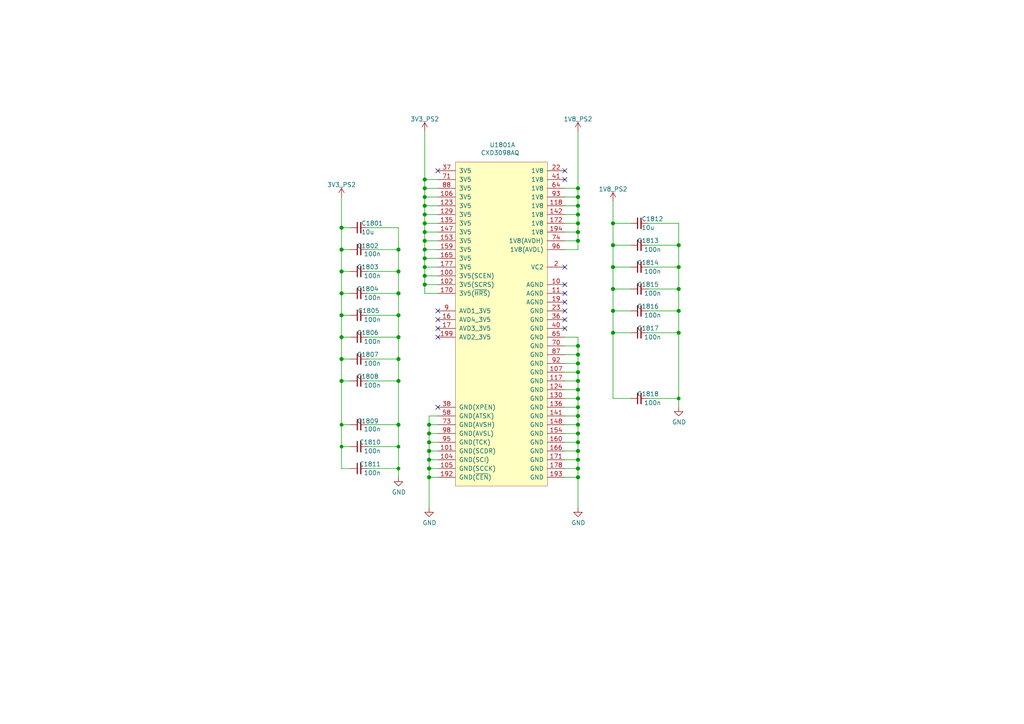
<source format=kicad_sch>
(kicad_sch (version 20230121) (generator eeschema)
  (paper "A4")
  (title_block (title "PS2 DSP Power") (rev "0.3") (comment 5 "-a project by Tschicki"))
  (lib_symbols
    (symbol "PS2:1V75" (power) (pin_names (offset 0))
      (property "Value" "1V8_PS2" (at 0 3.556 0))
      (symbol "1V75_0_1"
        (polyline (pts (xy -0.762 1.27) (xy 0 2.54)))
        (polyline (pts (xy 0 0) (xy 0 2.54)))
        (polyline (pts (xy 0 2.54) (xy 0.762 1.27)))
      )
      (symbol "1V75_1_1"
        (pin power_in line (at 0 0 90) (length 0) hide (name "1V8_PS2") (number "1"))
      )
    )
    (symbol "PS2:3V5" (power) (pin_names (offset 0))
      (property "Value" "3V3_PS2" (at 0 3.556 0))
      (symbol "3V5_0_1"
        (polyline (pts (xy -0.762 1.27) (xy 0 2.54)))
        (polyline (pts (xy 0 0) (xy 0 2.54)))
        (polyline (pts (xy 0 2.54) (xy 0.762 1.27)))
      )
      (symbol "3V5_1_1"
        (pin power_in line (at 0 0 90) (length 0) hide (name "3V3_PS2") (number "1"))
      )
    )
    (symbol "PS2:CXD3098AQ" (pin_names (offset 1.016))
      (property "Reference" "U" (at 17.78 6.35 0))
      (property "Value" "CXD3098AQ" (at 17.78 8.89 0))
      (symbol "CXD3098AQ_1_0"
        (pin passive line (at 36.83 -33.02 180) (length 5.08) (name "AGND") (number "10"))
        (pin passive line (at 0 -30.48 0) (length 5.08) (name "3V5(SCEN)") (number "100"))
        (pin passive line (at 0 -81.28 0) (length 5.08) (name "GND(SCDR)") (number "101"))
        (pin passive line (at 0 -33.02 0) (length 5.08) (name "3V5(SCRS)") (number "102"))
        (pin passive line (at 0 -83.82 0) (length 5.08) (name "GND(SCI)") (number "104"))
        (pin passive line (at 0 -86.36 0) (length 5.08) (name "GND(SCCK)") (number "105"))
        (pin passive line (at 0 -7.62 0) (length 5.08) (name "3V5") (number "106"))
        (pin passive line (at 36.83 -58.42 180) (length 5.08) (name "GND") (number "107"))
        (pin passive line (at 36.83 -35.56 180) (length 5.08) (name "AGND") (number "11"))
        (pin passive line (at 36.83 -60.96 180) (length 5.08) (name "GND") (number "117"))
        (pin passive line (at 36.83 -10.16 180) (length 5.08) (name "1V8") (number "118"))
        (pin passive line (at 0 -10.16 0) (length 5.08) (name "3V5") (number "123"))
        (pin passive line (at 36.83 -63.5 180) (length 5.08) (name "GND") (number "124"))
        (pin passive line (at 0 -12.7 0) (length 5.08) (name "3V5") (number "129"))
        (pin passive line (at 36.83 -66.04 180) (length 5.08) (name "GND") (number "130"))
        (pin passive line (at 0 -15.24 0) (length 5.08) (name "3V5") (number "135"))
        (pin passive line (at 36.83 -68.58 180) (length 5.08) (name "GND") (number "136"))
        (pin passive line (at 36.83 -71.12 180) (length 5.08) (name "GND") (number "141"))
        (pin passive line (at 36.83 -12.7 180) (length 5.08) (name "1V8") (number "142"))
        (pin passive line (at 0 -17.78 0) (length 5.08) (name "3V5") (number "147"))
        (pin passive line (at 36.83 -73.66 180) (length 5.08) (name "GND") (number "148"))
        (pin passive line (at 0 -20.32 0) (length 5.08) (name "3V5") (number "153"))
        (pin passive line (at 36.83 -76.2 180) (length 5.08) (name "GND") (number "154"))
        (pin passive line (at 0 -22.86 0) (length 5.08) (name "3V5") (number "159"))
        (pin passive line (at 0 -43.18 0) (length 5.08) (name "AVD4_3V5") (number "16"))
        (pin passive line (at 36.83 -78.74 180) (length 5.08) (name "GND") (number "160"))
        (pin passive line (at 0 -25.4 0) (length 5.08) (name "3V5") (number "165"))
        (pin passive line (at 36.83 -81.28 180) (length 5.08) (name "GND") (number "166"))
        (pin passive line (at 0 -45.72 0) (length 5.08) (name "AVD3_3V5") (number "17"))
        (pin passive line (at 0 -35.56 0) (length 5.08) (name "3V5(~{HRS})") (number "170"))
        (pin passive line (at 36.83 -83.82 180) (length 5.08) (name "GND") (number "171"))
        (pin passive line (at 36.83 -15.24 180) (length 5.08) (name "1V8") (number "172"))
        (pin passive line (at 0 -27.94 0) (length 5.08) (name "3V5") (number "177"))
        (pin passive line (at 36.83 -86.36 180) (length 5.08) (name "GND") (number "178"))
        (pin passive line (at 36.83 -38.1 180) (length 5.08) (name "AGND") (number "19"))
        (pin passive line (at 0 -88.9 0) (length 5.08) (name "GND(~{CEN})") (number "192"))
        (pin passive line (at 36.83 -88.9 180) (length 5.08) (name "GND") (number "193"))
        (pin passive line (at 36.83 -17.78 180) (length 5.08) (name "1V8") (number "194"))
        (pin passive line (at 0 -48.26 0) (length 5.08) (name "AVD2_3V5") (number "199"))
        (pin passive line (at 36.83 -27.94 180) (length 5.08) (name "VC2") (number "2"))
        (pin passive line (at 36.83 0 180) (length 5.08) (name "1V8") (number "22"))
        (pin passive line (at 36.83 -40.64 180) (length 5.08) (name "GND") (number "23"))
        (pin passive line (at 36.83 -43.18 180) (length 5.08) (name "GND") (number "36"))
        (pin passive line (at 0 0 0) (length 5.08) (name "3V5") (number "37"))
        (pin passive line (at 0 -68.58 0) (length 5.08) (name "GND(XPEN)") (number "38"))
        (pin passive line (at 36.83 -45.72 180) (length 5.08) (name "GND") (number "40"))
        (pin passive line (at 36.83 -2.54 180) (length 5.08) (name "1V8") (number "41"))
        (pin passive line (at 0 -71.12 0) (length 5.08) (name "GND(ATSK)") (number "58"))
        (pin passive line (at 36.83 -5.08 180) (length 5.08) (name "1V8") (number "64"))
        (pin passive line (at 36.83 -48.26 180) (length 5.08) (name "GND") (number "65"))
        (pin passive line (at 36.83 -50.8 180) (length 5.08) (name "GND") (number "70"))
        (pin passive line (at 0 -2.54 0) (length 5.08) (name "3V5") (number "71"))
        (pin passive line (at 0 -73.66 0) (length 5.08) (name "GND(AVSH)") (number "73"))
        (pin passive line (at 36.83 -20.32 180) (length 5.08) (name "1V8(AVDH)") (number "74"))
        (pin passive line (at 36.83 -53.34 180) (length 5.08) (name "GND") (number "87"))
        (pin passive line (at 0 -5.08 0) (length 5.08) (name "3V5") (number "88"))
        (pin passive line (at 0 -40.64 0) (length 5.08) (name "AVD1_3V5") (number "9"))
        (pin passive line (at 36.83 -55.88 180) (length 5.08) (name "GND") (number "92"))
        (pin passive line (at 36.83 -7.62 180) (length 5.08) (name "1V8") (number "93"))
        (pin passive line (at 0 -78.74 0) (length 5.08) (name "GND(TCK)") (number "95"))
        (pin passive line (at 36.83 -22.86 180) (length 5.08) (name "1V8(AVDL)") (number "96"))
        (pin passive line (at 0 -76.2 0) (length 5.08) (name "GND(AVSL)") (number "98"))
      )
      (symbol "CXD3098AQ_1_1"
        (rectangle (start 5.08 2.54) (end 31.75 -91.44) (stroke (width 0.001)) (fill (type background)))
      )
      (symbol "CXD3098AQ_2_0"
        (pin no_connect line (at 35.56 -22.86 180) (length 5.08) (name "SCO") (number "103"))
        (pin no_connect line (at 0 -10.16 0) (length 5.08) (name "NC") (number "184"))
        (pin no_connect line (at 0 -12.7 0) (length 5.08) (name "NC") (number "185"))
        (pin no_connect line (at 0 -15.24 0) (length 5.08) (name "NC") (number "186"))
        (pin no_connect line (at 0 -17.78 0) (length 5.08) (name "NC") (number "187"))
        (pin no_connect line (at 0 -20.32 0) (length 5.08) (name "NC") (number "188"))
        (pin no_connect line (at 0 -22.86 0) (length 5.08) (name "NC") (number "189"))
        (pin no_connect line (at 0 -25.4 0) (length 5.08) (name "NC") (number "190"))
        (pin no_connect line (at 0 -27.94 0) (length 5.08) (name "NC") (number "191"))
        (pin no_connect line (at 0 -30.48 0) (length 5.08) (name "NC") (number "195"))
        (pin no_connect line (at 0 -33.02 0) (length 5.08) (name "NC") (number "196"))
        (pin no_connect line (at 0 -35.56 0) (length 5.08) (name "NC") (number "197"))
        (pin no_connect line (at 0 -38.1 0) (length 5.08) (name "NC") (number "198"))
        (pin no_connect line (at 35.56 -25.4 180) (length 5.08) (name "ADIO") (number "202"))
        (pin no_connect line (at 35.56 0 180) (length 5.08) (name "SFDR") (number "30"))
        (pin no_connect line (at 35.56 -2.54 180) (length 5.08) (name "SRDR") (number "31"))
        (pin no_connect line (at 35.56 -5.08 180) (length 5.08) (name "SFDF") (number "34"))
        (pin no_connect line (at 35.56 -7.62 180) (length 5.08) (name "SRDF") (number "35"))
        (pin no_connect line (at 35.56 -10.16 180) (length 5.08) (name "SCOR") (number "46"))
        (pin no_connect line (at 0 0 0) (length 5.08) (name "NC") (number "50"))
        (pin no_connect line (at 0 -2.54 0) (length 5.08) (name "NC") (number "51"))
        (pin no_connect line (at 0 -5.08 0) (length 5.08) (name "NC") (number "52"))
        (pin no_connect line (at 0 -7.62 0) (length 5.08) (name "NC") (number "53"))
        (pin no_connect line (at 35.56 -12.7 180) (length 5.08) (name "~{INT0}") (number "77"))
        (pin no_connect line (at 35.56 -15.24 180) (length 5.08) (name "TDO") (number "94"))
        (pin no_connect line (at 35.56 -17.78 180) (length 5.08) (name "TDI") (number "97"))
        (pin no_connect line (at 35.56 -20.32 180) (length 5.08) (name "TMS") (number "99"))
      )
      (symbol "CXD3098AQ_2_1"
        (rectangle (start 5.08 2.54) (end 30.48 -40.64) (stroke (width 0.001)) (fill (type background)))
      )
      (symbol "CXD3098AQ_3_0"
        (pin passive line (at 52.07 -114.3 180) (length 5.08) (name "CE2") (number "1"))
        (pin passive line (at 52.07 -27.94 180) (length 5.08) (name "MCA8") (number "108"))
        (pin passive line (at 52.07 -30.48 180) (length 5.08) (name "MCA7") (number "109"))
        (pin passive line (at 52.07 -33.02 180) (length 5.08) (name "MCA6") (number "110"))
        (pin passive line (at 52.07 -35.56 180) (length 5.08) (name "MCA5") (number "111"))
        (pin passive line (at 52.07 -38.1 180) (length 5.08) (name "MCA4") (number "112"))
        (pin passive line (at 52.07 -40.64 180) (length 5.08) (name "MCA3") (number "113"))
        (pin passive line (at 52.07 -43.18 180) (length 5.08) (name "MCA2") (number "114"))
        (pin passive line (at 52.07 -45.72 180) (length 5.08) (name "MCA1") (number "115"))
        (pin passive line (at 52.07 -48.26 180) (length 5.08) (name "MCA0") (number "116"))
        (pin passive line (at 0 -58.42 0) (length 5.08) (name "HA15") (number "119"))
        (pin passive line (at 0 -170.18 0) (length 5.08) (name "RFAC") (number "12"))
        (pin passive line (at 0 -55.88 0) (length 5.08) (name "HA14") (number "120"))
        (pin passive line (at 0 -53.34 0) (length 5.08) (name "HA13") (number "121"))
        (pin passive line (at 0 -50.8 0) (length 5.08) (name "HA12") (number "122"))
        (pin passive line (at 0 -44.45 0) (length 5.08) (name "HA11") (number "125"))
        (pin passive line (at 0 -41.91 0) (length 5.08) (name "HA10") (number "126"))
        (pin passive line (at 0 -39.37 0) (length 5.08) (name "HA09") (number "127"))
        (pin passive line (at 0 -36.83 0) (length 5.08) (name "HA08") (number "128"))
        (pin passive line (at 52.07 -142.24 180) (length 5.08) (name "BIAS") (number "13"))
        (pin passive line (at 0 -30.48 0) (length 5.08) (name "HA07") (number "131"))
        (pin passive line (at 0 -27.94 0) (length 5.08) (name "HA06") (number "132"))
        (pin passive line (at 0 -25.4 0) (length 5.08) (name "HA05") (number "133"))
        (pin passive line (at 0 -22.86 0) (length 5.08) (name "HA04") (number "134"))
        (pin passive line (at 0 -16.51 0) (length 5.08) (name "HA03") (number "137"))
        (pin passive line (at 0 -13.97 0) (length 5.08) (name "HA02") (number "138"))
        (pin passive line (at 0 -11.43 0) (length 5.08) (name "HA01") (number "139"))
        (pin passive line (at 52.07 -144.78 180) (length 5.08) (name "ASYI") (number "14"))
        (pin passive line (at 0 -8.89 0) (length 5.08) (name "HA00") (number "140"))
        (pin passive line (at 0 -114.3 0) (length 5.08) (name "HDB15") (number "143"))
        (pin passive line (at 0 -111.76 0) (length 5.08) (name "HDB14") (number "144"))
        (pin passive line (at 0 -109.22 0) (length 5.08) (name "HDB13") (number "145"))
        (pin passive line (at 0 -106.68 0) (length 5.08) (name "HDB12") (number "146"))
        (pin passive line (at 0 -100.33 0) (length 5.08) (name "HDB11") (number "149"))
        (pin passive line (at 52.07 -147.32 180) (length 5.08) (name "ASYO") (number "15"))
        (pin passive line (at 0 -97.79 0) (length 5.08) (name "HDB10") (number "150"))
        (pin passive line (at 0 -95.25 0) (length 5.08) (name "HDB09") (number "151"))
        (pin passive line (at 0 -92.71 0) (length 5.08) (name "HDB08") (number "152"))
        (pin passive line (at 0 -86.36 0) (length 5.08) (name "HDB07") (number "155"))
        (pin passive line (at 0 -83.82 0) (length 5.08) (name "HDB06") (number "156"))
        (pin passive line (at 0 -81.28 0) (length 5.08) (name "HDB05") (number "157"))
        (pin passive line (at 0 -78.74 0) (length 5.08) (name "HDB04") (number "158"))
        (pin passive line (at 0 -72.39 0) (length 5.08) (name "HDB03") (number "161"))
        (pin passive line (at 0 -69.85 0) (length 5.08) (name "HDB02") (number "162"))
        (pin passive line (at 0 -67.31 0) (length 5.08) (name "HDB01") (number "163"))
        (pin passive line (at 0 -64.77 0) (length 5.08) (name "HDB00") (number "164"))
        (pin passive line (at 0 -134.62 0) (length 5.08) (name "~{XHWR}") (number "167"))
        (pin passive line (at 0 -132.08 0) (length 5.08) (name "~{XHRD}") (number "168"))
        (pin passive line (at 0 -129.54 0) (length 5.08) (name "~{XHCS}") (number "169"))
        (pin passive line (at 0 -144.78 0) (length 5.08) (name "HDRQ") (number "173"))
        (pin passive line (at 0 -142.24 0) (length 5.08) (name "HACK") (number "174"))
        (pin passive line (at 0 -139.7 0) (length 5.08) (name "~{HINT}") (number "175"))
        (pin passive line (at 0 -123.19 0) (length 5.08) (name "SCLK1") (number "176"))
        (pin passive line (at 0 -120.65 0) (length 5.08) (name "SCLK0") (number "179"))
        (pin passive line (at 52.07 -149.86 180) (length 5.08) (name "CPIG") (number "18"))
        (pin passive line (at 0 -151.13 0) (length 5.08) (name "LRCO") (number "180"))
        (pin passive line (at 0 -153.67 0) (length 5.08) (name "BCKO") (number "181"))
        (pin passive line (at 0 -156.21 0) (length 5.08) (name "DATO") (number "182"))
        (pin passive line (at 0 -158.75 0) (length 5.08) (name "DOUT") (number "183"))
        (pin passive line (at 0 -172.72 0) (length 5.08) (name "ADM") (number "20"))
        (pin passive line (at 52.07 -154.94 180) (length 5.08) (name "IGEN") (number "200"))
        (pin passive line (at 0 -175.26 0) (length 5.08) (name "Something") (number "201"))
        (pin passive line (at 52.07 -109.22 180) (length 5.08) (name "PI") (number "203"))
        (pin passive line (at 52.07 -111.76 180) (length 5.08) (name "CE") (number "204"))
        (pin passive line (at 52.07 -116.84 180) (length 5.08) (name "TE") (number "205"))
        (pin passive line (at 52.07 -119.38 180) (length 5.08) (name "SE") (number "206"))
        (pin passive line (at 52.07 -121.92 180) (length 5.08) (name "FE") (number "207"))
        (pin passive line (at 52.07 -124.46 180) (length 5.08) (name "VC") (number "208"))
        (pin passive line (at 52.07 -55.88 180) (length 5.08) (name "RFIN") (number "21"))
        (pin passive line (at 52.07 -71.12 180) (length 5.08) (name "DFCT") (number "24"))
        (pin passive line (at 52.07 -177.8 180) (length 5.08) (name "FOK") (number "25"))
        (pin passive line (at 52.07 -73.66 180) (length 5.08) (name "MIRR") (number "26"))
        (pin passive line (at 52.07 -76.2 180) (length 5.08) (name "COUT") (number "27"))
        (pin passive line (at 52.07 -78.74 180) (length 5.08) (name "TFDR") (number "28"))
        (pin passive line (at 52.07 -81.28 180) (length 5.08) (name "TRDR") (number "29"))
        (pin passive line (at 52.07 -127 180) (length 5.08) (name "VPC01") (number "3"))
        (pin passive line (at 52.07 -83.82 180) (length 5.08) (name "FFDR") (number "32"))
        (pin passive line (at 52.07 -86.36 180) (length 5.08) (name "FRDR") (number "33"))
        (pin passive line (at 52.07 -152.4 180) (length 5.08) (name "LID") (number "39"))
        (pin passive line (at 52.07 -129.54 180) (length 5.08) (name "VCTL") (number "4"))
        (pin passive line (at 52.07 -157.48 180) (length 5.08) (name "SSTP") (number "42"))
        (pin passive line (at 52.07 -88.9 180) (length 5.08) (name "RFDO") (number "43"))
        (pin passive line (at 52.07 -91.44 180) (length 5.08) (name "RFCO") (number "44"))
        (pin passive line (at 52.07 -93.98 180) (length 5.08) (name "~{RFLO}") (number "45"))
        (pin passive line (at 52.07 -172.72 180) (length 5.08) (name "SQSO") (number "47"))
        (pin passive line (at 52.07 -167.64 180) (length 5.08) (name "SQCK") (number "48"))
        (pin passive line (at 52.07 -175.26 180) (length 5.08) (name "GFS") (number "49"))
        (pin passive line (at 52.07 -132.08 180) (length 5.08) (name "FILO") (number "5"))
        (pin passive line (at 52.07 -160.02 180) (length 5.08) (name "SENS") (number "54"))
        (pin passive line (at 52.07 -162.56 180) (length 5.08) (name "SCLK") (number "55"))
        (pin passive line (at 52.07 -96.52 180) (length 5.08) (name "MDP") (number "56"))
        (pin passive line (at 52.07 -58.42 180) (length 5.08) (name "PWMI") (number "57"))
        (pin passive line (at 52.07 -60.96 180) (length 5.08) (name "~{PCLK}") (number "59"))
        (pin passive line (at 52.07 -134.62 180) (length 5.08) (name "FILI") (number "6"))
        (pin passive line (at 52.07 -170.18 180) (length 5.08) (name "FCMPH") (number "60"))
        (pin passive line (at 52.07 -165.1 180) (length 5.08) (name "FCMPL") (number "61"))
        (pin passive line (at 52.07 -99.06 180) (length 5.08) (name "MNT0") (number "62"))
        (pin passive line (at 52.07 -101.6 180) (length 5.08) (name "MNT1") (number "63"))
        (pin passive line (at 52.07 -104.14 180) (length 5.08) (name "MNT2") (number "66"))
        (pin passive line (at 52.07 -106.68 180) (length 5.08) (name "MNT3") (number "67"))
        (pin passive line (at 52.07 -63.5 180) (length 5.08) (name "WFCK") (number "68"))
        (pin passive line (at 52.07 -66.04 180) (length 5.08) (name "RFCK") (number "69"))
        (pin passive line (at 52.07 -137.16 180) (length 5.08) (name "PC0") (number "7"))
        (pin passive line (at 0 0 0) (length 5.08) (name "~{TRST}") (number "72"))
        (pin passive line (at 52.07 -68.58 180) (length 5.08) (name "LOCK") (number "75"))
        (pin passive line (at 0 -2.54 0) (length 5.08) (name "~{RST}") (number "76"))
        (pin passive line (at 52.07 -50.8 180) (length 5.08) (name "~{INT1}") (number "78"))
        (pin passive line (at 52.07 -7.62 180) (length 5.08) (name "MCD7") (number "79"))
        (pin passive line (at 52.07 -139.7 180) (length 5.08) (name "CLTV") (number "8"))
        (pin passive line (at 52.07 -10.16 180) (length 5.08) (name "MCD6") (number "80"))
        (pin passive line (at 52.07 -12.7 180) (length 5.08) (name "MCD5") (number "81"))
        (pin passive line (at 52.07 -15.24 180) (length 5.08) (name "MCD4") (number "82"))
        (pin passive line (at 52.07 -17.78 180) (length 5.08) (name "MCD3") (number "83"))
        (pin passive line (at 52.07 -20.32 180) (length 5.08) (name "MCD2") (number "84"))
        (pin passive line (at 52.07 -22.86 180) (length 5.08) (name "MCD1") (number "85"))
        (pin passive line (at 52.07 -25.4 180) (length 5.08) (name "MCD0") (number "86"))
        (pin passive line (at 52.07 0 180) (length 5.08) (name "~{MCCS}") (number "89"))
        (pin passive line (at 52.07 -2.54 180) (length 5.08) (name "~{MCRD}") (number "90"))
        (pin passive line (at 52.07 -5.08 180) (length 5.08) (name "~{MCWR}") (number "91"))
      )
      (symbol "CXD3098AQ_3_1"
        (rectangle (start 5.08 2.54) (end 46.99 -180.34) (stroke (width 0.001)) (fill (type background)))
      )
    )
    (symbol "PS2_Capacitors:C_100n_0402" (pin_numbers hide) (pin_names (offset 0.254) hide)
      (property "Reference" "C" (at 0.254 1.778 0))
      (property "Value" "100n" (at 0.254 -2.032 0))
      (symbol "C_100n_0402_0_1"
        (polyline (pts (xy -1.524 -0.508) (xy 1.524 -0.508)) (stroke (width 0.3302)))
        (polyline (pts (xy -1.524 0.508) (xy 1.524 0.508)) (stroke (width 0.3048)))
      )
      (symbol "C_100n_0402_1_1"
        (pin passive line (at 0 2.54 270) (length 2.032) (name "~") (number "1"))
        (pin passive line (at 0 -2.54 90) (length 2.032) (name "~") (number "2"))
      )
    )
    (symbol "PS2_Capacitors:C_10u_0805" (pin_numbers hide) (pin_names (offset 0.254) hide)
      (property "Reference" "C" (at 0.254 1.778 0))
      (property "Value" "10u" (at 0.254 -2.032 0))
      (symbol "C_10u_0805_0_1"
        (polyline (pts (xy -1.524 -0.508) (xy 1.524 -0.508)) (stroke (width 0.3302)))
        (polyline (pts (xy -1.524 0.508) (xy 1.524 0.508)) (stroke (width 0.3048)))
      )
      (symbol "C_10u_0805_1_1"
        (pin passive line (at 0 2.54 270) (length 2.032) (name "~") (number "1"))
        (pin passive line (at 0 -2.54 90) (length 2.032) (name "~") (number "2"))
      )
    )
    (symbol "power:GND" (power) (pin_names (offset 0))
      (property "Value" "GND" (at 0 -3.81 0))
      (symbol "GND_0_1"
        (polyline (pts (xy 0 0) (xy 0 -1.27) (xy 1.27 -1.27) (xy 0 -2.54) (xy -1.27 -1.27) (xy 0 -1.27)))
      )
      (symbol "GND_1_1"
        (pin power_in line (at 0 0 270) (length 0) hide (name "GND") (number "1"))
      )
    )
  )
  (junction (at 177.8 90.17) (diameter 1.016))
  (junction (at 123.19 64.77) (diameter 1.016))
  (junction (at 115.57 123.19) (diameter 1.016))
  (junction (at 167.64 57.15) (diameter 1.016))
  (junction (at 167.64 100.33) (diameter 1.016))
  (junction (at 123.19 74.93) (diameter 1.016))
  (junction (at 196.85 77.47) (diameter 1.016))
  (junction (at 99.06 91.44) (diameter 1.016))
  (junction (at 123.19 72.39) (diameter 1.016))
  (junction (at 167.64 62.23) (diameter 1.016))
  (junction (at 124.46 123.19) (diameter 1.016))
  (junction (at 123.19 69.85) (diameter 1.016))
  (junction (at 167.64 135.89) (diameter 1.016))
  (junction (at 99.06 123.19))
  (junction (at 124.46 133.35) (diameter 1.016))
  (junction (at 115.57 78.74) (diameter 1.016))
  (junction (at 167.64 110.49) (diameter 1.016))
  (junction (at 123.19 82.55) (diameter 1.016))
  (junction (at 124.46 138.43) (diameter 1.016))
  (junction (at 115.57 85.09) (diameter 1.016))
  (junction (at 167.64 102.87) (diameter 1.016))
  (junction (at 167.64 125.73) (diameter 1.016))
  (junction (at 123.19 62.23) (diameter 1.016))
  (junction (at 167.64 118.11) (diameter 1.016))
  (junction (at 196.85 96.52) (diameter 1.016))
  (junction (at 124.46 128.27) (diameter 1.016))
  (junction (at 99.06 66.04) (diameter 1.016))
  (junction (at 167.64 138.43) (diameter 1.016))
  (junction (at 167.64 120.65) (diameter 1.016))
  (junction (at 177.8 96.52) (diameter 1.016))
  (junction (at 167.64 107.95) (diameter 1.016))
  (junction (at 167.64 64.77) (diameter 1.016))
  (junction (at 167.64 67.31) (diameter 1.016))
  (junction (at 167.64 115.57) (diameter 1.016))
  (junction (at 124.46 130.81) (diameter 1.016))
  (junction (at 99.06 129.54))
  (junction (at 115.57 110.49) (diameter 1.016))
  (junction (at 196.85 71.12) (diameter 1.016))
  (junction (at 167.64 130.81) (diameter 1.016))
  (junction (at 115.57 129.54))
  (junction (at 99.06 110.49) (diameter 1.016))
  (junction (at 167.64 113.03) (diameter 1.016))
  (junction (at 167.64 54.61) (diameter 1.016))
  (junction (at 167.64 105.41) (diameter 1.016))
  (junction (at 167.64 128.27) (diameter 1.016))
  (junction (at 123.19 67.31) (diameter 1.016))
  (junction (at 177.8 83.82) (diameter 1.016))
  (junction (at 99.06 72.39) (diameter 1.016))
  (junction (at 99.06 104.14) (diameter 1.016))
  (junction (at 99.06 85.09) (diameter 1.016))
  (junction (at 167.64 123.19) (diameter 1.016))
  (junction (at 177.8 64.77) (diameter 1.016))
  (junction (at 115.57 97.79) (diameter 1.016))
  (junction (at 123.19 77.47) (diameter 1.016))
  (junction (at 99.06 97.79) (diameter 1.016))
  (junction (at 99.06 78.74) (diameter 1.016))
  (junction (at 123.19 59.69) (diameter 1.016))
  (junction (at 124.46 135.89) (diameter 1.016))
  (junction (at 123.19 52.07) (diameter 1.016))
  (junction (at 196.85 115.57))
  (junction (at 167.64 133.35) (diameter 1.016))
  (junction (at 124.46 125.73) (diameter 1.016))
  (junction (at 115.57 91.44) (diameter 1.016))
  (junction (at 115.57 72.39) (diameter 1.016))
  (junction (at 177.8 77.47) (diameter 1.016))
  (junction (at 167.64 59.69) (diameter 1.016))
  (junction (at 196.85 90.17) (diameter 1.016))
  (junction (at 115.57 135.89))
  (junction (at 123.19 57.15) (diameter 1.016))
  (junction (at 177.8 71.12) (diameter 1.016))
  (junction (at 123.19 80.01) (diameter 1.016))
  (junction (at 167.64 69.85) (diameter 1.016))
  (junction (at 115.57 104.14) (diameter 1.016))
  (junction (at 123.19 54.61) (diameter 1.016))
  (junction (at 196.85 83.82) (diameter 1.016))
  (no_connect (at 163.83 49.53))
  (no_connect (at 127 97.79))
  (no_connect (at 163.83 85.09))
  (no_connect (at 163.83 52.07))
  (no_connect (at 127 92.71))
  (no_connect (at 163.83 87.63))
  (no_connect (at 163.83 92.71))
  (no_connect (at 127 118.11))
  (no_connect (at 127 90.17))
  (no_connect (at 127 95.25))
  (no_connect (at 127 49.53))
  (no_connect (at 163.83 82.55))
  (no_connect (at 163.83 95.25))
  (no_connect (at 163.83 77.47))
  (no_connect (at 163.83 90.17))
  (wire (pts (xy 99.06 123.19) (xy 101.6 123.19)))
  (wire (pts (xy 99.06 104.14) (xy 99.06 110.49)))
  (wire (pts (xy 167.64 100.33) (xy 163.83 100.33)))
  (wire (pts (xy 123.19 82.55) (xy 123.19 85.09)))
  (wire (pts (xy 106.68 123.19) (xy 115.57 123.19)))
  (wire (pts (xy 177.8 77.47) (xy 182.88 77.47)))
  (wire (pts (xy 167.64 118.11) (xy 167.64 120.65)))
  (wire (pts (xy 167.64 107.95) (xy 163.83 107.95)))
  (wire (pts (xy 99.06 78.74) (xy 99.06 85.09)))
  (wire (pts (xy 167.64 128.27) (xy 163.83 128.27)))
  (wire (pts (xy 167.64 64.77) (xy 163.83 64.77)))
  (wire (pts (xy 123.19 72.39) (xy 123.19 74.93)))
  (wire (pts (xy 167.64 125.73) (xy 163.83 125.73)))
  (wire (pts (xy 167.64 38.1) (xy 167.64 54.61)))
  (wire (pts (xy 124.46 125.73) (xy 124.46 128.27)))
  (wire (pts (xy 167.64 130.81) (xy 163.83 130.81)))
  (wire (pts (xy 167.64 57.15) (xy 163.83 57.15)))
  (wire (pts (xy 99.06 78.74) (xy 101.6 78.74)))
  (wire (pts (xy 187.96 115.57) (xy 196.85 115.57)))
  (wire (pts (xy 99.06 72.39) (xy 101.6 72.39)))
  (wire (pts (xy 106.68 135.89) (xy 115.57 135.89)))
  (wire (pts (xy 123.19 54.61) (xy 127 54.61)))
  (wire (pts (xy 187.96 83.82) (xy 196.85 83.82)))
  (wire (pts (xy 115.57 104.14) (xy 115.57 110.49)))
  (wire (pts (xy 123.19 62.23) (xy 123.19 64.77)))
  (wire (pts (xy 167.64 125.73) (xy 167.64 128.27)))
  (wire (pts (xy 167.64 97.79) (xy 163.83 97.79)))
  (wire (pts (xy 167.64 57.15) (xy 167.64 59.69)))
  (wire (pts (xy 177.8 71.12) (xy 177.8 77.47)))
  (wire (pts (xy 99.06 97.79) (xy 101.6 97.79)))
  (wire (pts (xy 167.64 62.23) (xy 167.64 64.77)))
  (wire (pts (xy 99.06 129.54) (xy 99.06 123.19)))
  (wire (pts (xy 99.06 85.09) (xy 99.06 91.44)))
  (wire (pts (xy 123.19 69.85) (xy 127 69.85)))
  (wire (pts (xy 123.19 85.09) (xy 127 85.09)))
  (wire (pts (xy 167.64 59.69) (xy 167.64 62.23)))
  (wire (pts (xy 106.68 78.74) (xy 115.57 78.74)))
  (wire (pts (xy 123.19 59.69) (xy 123.19 62.23)))
  (wire (pts (xy 99.06 66.04) (xy 101.6 66.04)))
  (wire (pts (xy 123.19 62.23) (xy 127 62.23)))
  (wire (pts (xy 123.19 67.31) (xy 127 67.31)))
  (wire (pts (xy 124.46 130.81) (xy 127 130.81)))
  (wire (pts (xy 106.68 85.09) (xy 115.57 85.09)))
  (wire (pts (xy 177.8 58.42) (xy 177.8 64.77)))
  (wire (pts (xy 115.57 66.04) (xy 115.57 72.39)))
  (wire (pts (xy 167.64 128.27) (xy 167.64 130.81)))
  (wire (pts (xy 124.46 128.27) (xy 124.46 130.81)))
  (wire (pts (xy 99.06 72.39) (xy 99.06 78.74)))
  (wire (pts (xy 124.46 138.43) (xy 127 138.43)))
  (wire (pts (xy 167.64 123.19) (xy 167.64 125.73)))
  (wire (pts (xy 167.64 138.43) (xy 163.83 138.43)))
  (wire (pts (xy 99.06 91.44) (xy 101.6 91.44)))
  (wire (pts (xy 99.06 110.49) (xy 101.6 110.49)))
  (wire (pts (xy 167.64 69.85) (xy 163.83 69.85)))
  (wire (pts (xy 124.46 135.89) (xy 127 135.89)))
  (wire (pts (xy 167.64 110.49) (xy 167.64 113.03)))
  (wire (pts (xy 167.64 113.03) (xy 163.83 113.03)))
  (wire (pts (xy 167.64 130.81) (xy 167.64 133.35)))
  (wire (pts (xy 177.8 90.17) (xy 182.88 90.17)))
  (wire (pts (xy 123.19 77.47) (xy 127 77.47)))
  (wire (pts (xy 106.68 97.79) (xy 115.57 97.79)))
  (wire (pts (xy 123.19 80.01) (xy 123.19 82.55)))
  (wire (pts (xy 123.19 64.77) (xy 123.19 67.31)))
  (wire (pts (xy 123.19 74.93) (xy 127 74.93)))
  (wire (pts (xy 177.8 96.52) (xy 182.88 96.52)))
  (wire (pts (xy 196.85 64.77) (xy 196.85 71.12)))
  (wire (pts (xy 101.6 135.89) (xy 99.06 135.89)))
  (wire (pts (xy 99.06 66.04) (xy 99.06 72.39)))
  (wire (pts (xy 123.19 80.01) (xy 127 80.01)))
  (wire (pts (xy 167.64 110.49) (xy 163.83 110.49)))
  (wire (pts (xy 167.64 54.61) (xy 167.64 57.15)))
  (wire (pts (xy 99.06 57.15) (xy 99.06 66.04)))
  (wire (pts (xy 167.64 105.41) (xy 163.83 105.41)))
  (wire (pts (xy 187.96 71.12) (xy 196.85 71.12)))
  (wire (pts (xy 167.64 135.89) (xy 167.64 138.43)))
  (wire (pts (xy 123.19 52.07) (xy 127 52.07)))
  (wire (pts (xy 167.64 135.89) (xy 163.83 135.89)))
  (wire (pts (xy 167.64 113.03) (xy 167.64 115.57)))
  (wire (pts (xy 167.64 105.41) (xy 167.64 107.95)))
  (wire (pts (xy 106.68 129.54) (xy 115.57 129.54)))
  (wire (pts (xy 196.85 96.52) (xy 196.85 115.57)))
  (wire (pts (xy 123.19 67.31) (xy 123.19 69.85)))
  (wire (pts (xy 167.64 123.19) (xy 163.83 123.19)))
  (wire (pts (xy 106.68 91.44) (xy 115.57 91.44)))
  (wire (pts (xy 106.68 66.04) (xy 115.57 66.04)))
  (wire (pts (xy 123.19 74.93) (xy 123.19 77.47)))
  (wire (pts (xy 99.06 97.79) (xy 99.06 104.14)))
  (wire (pts (xy 124.46 125.73) (xy 127 125.73)))
  (wire (pts (xy 187.96 90.17) (xy 196.85 90.17)))
  (wire (pts (xy 167.64 115.57) (xy 163.83 115.57)))
  (wire (pts (xy 167.64 107.95) (xy 167.64 110.49)))
  (wire (pts (xy 124.46 133.35) (xy 124.46 135.89)))
  (wire (pts (xy 167.64 115.57) (xy 167.64 118.11)))
  (wire (pts (xy 115.57 129.54) (xy 115.57 135.89)))
  (wire (pts (xy 115.57 97.79) (xy 115.57 104.14)))
  (wire (pts (xy 196.85 71.12) (xy 196.85 77.47)))
  (wire (pts (xy 123.19 69.85) (xy 123.19 72.39)))
  (wire (pts (xy 124.46 130.81) (xy 124.46 133.35)))
  (wire (pts (xy 99.06 110.49) (xy 99.06 123.19)))
  (wire (pts (xy 124.46 123.19) (xy 127 123.19)))
  (wire (pts (xy 123.19 59.69) (xy 127 59.69)))
  (wire (pts (xy 196.85 77.47) (xy 196.85 83.82)))
  (wire (pts (xy 99.06 104.14) (xy 101.6 104.14)))
  (wire (pts (xy 99.06 85.09) (xy 101.6 85.09)))
  (wire (pts (xy 167.64 120.65) (xy 167.64 123.19)))
  (wire (pts (xy 187.96 96.52) (xy 196.85 96.52)))
  (wire (pts (xy 123.19 77.47) (xy 123.19 80.01)))
  (wire (pts (xy 101.6 129.54) (xy 99.06 129.54)))
  (wire (pts (xy 115.57 78.74) (xy 115.57 85.09)))
  (wire (pts (xy 123.19 54.61) (xy 123.19 57.15)))
  (wire (pts (xy 177.8 77.47) (xy 177.8 83.82)))
  (wire (pts (xy 177.8 83.82) (xy 182.88 83.82)))
  (wire (pts (xy 177.8 90.17) (xy 177.8 96.52)))
  (wire (pts (xy 167.64 133.35) (xy 167.64 135.89)))
  (wire (pts (xy 167.64 67.31) (xy 163.83 67.31)))
  (wire (pts (xy 123.19 57.15) (xy 127 57.15)))
  (wire (pts (xy 124.46 128.27) (xy 127 128.27)))
  (wire (pts (xy 99.06 91.44) (xy 99.06 97.79)))
  (wire (pts (xy 167.64 133.35) (xy 163.83 133.35)))
  (wire (pts (xy 106.68 72.39) (xy 115.57 72.39)))
  (wire (pts (xy 115.57 110.49) (xy 115.57 123.19)))
  (wire (pts (xy 123.19 82.55) (xy 127 82.55)))
  (wire (pts (xy 167.64 59.69) (xy 163.83 59.69)))
  (wire (pts (xy 177.8 83.82) (xy 177.8 90.17)))
  (wire (pts (xy 167.64 102.87) (xy 163.83 102.87)))
  (wire (pts (xy 115.57 135.89) (xy 115.57 138.43)))
  (wire (pts (xy 196.85 115.57) (xy 196.85 118.11)))
  (wire (pts (xy 124.46 120.65) (xy 124.46 123.19)))
  (wire (pts (xy 167.64 69.85) (xy 167.64 72.39)))
  (wire (pts (xy 187.96 77.47) (xy 196.85 77.47)))
  (wire (pts (xy 187.96 64.77) (xy 196.85 64.77)))
  (wire (pts (xy 124.46 133.35) (xy 127 133.35)))
  (wire (pts (xy 123.19 64.77) (xy 127 64.77)))
  (wire (pts (xy 124.46 135.89) (xy 124.46 138.43)))
  (wire (pts (xy 167.64 120.65) (xy 163.83 120.65)))
  (wire (pts (xy 115.57 123.19) (xy 115.57 129.54)))
  (wire (pts (xy 167.64 138.43) (xy 167.64 147.32)))
  (wire (pts (xy 123.19 38.1) (xy 123.19 52.07)))
  (wire (pts (xy 123.19 57.15) (xy 123.19 59.69)))
  (wire (pts (xy 115.57 91.44) (xy 115.57 97.79)))
  (wire (pts (xy 177.8 64.77) (xy 177.8 71.12)))
  (wire (pts (xy 177.8 115.57) (xy 182.88 115.57)))
  (wire (pts (xy 167.64 72.39) (xy 163.83 72.39)))
  (wire (pts (xy 196.85 90.17) (xy 196.85 96.52)))
  (wire (pts (xy 167.64 102.87) (xy 167.64 105.41)))
  (wire (pts (xy 106.68 110.49) (xy 115.57 110.49)))
  (wire (pts (xy 167.64 97.79) (xy 167.64 100.33)))
  (wire (pts (xy 167.64 100.33) (xy 167.64 102.87)))
  (wire (pts (xy 177.8 64.77) (xy 182.88 64.77)))
  (wire (pts (xy 124.46 123.19) (xy 124.46 125.73)))
  (wire (pts (xy 167.64 54.61) (xy 163.83 54.61)))
  (wire (pts (xy 123.19 52.07) (xy 123.19 54.61)))
  (wire (pts (xy 124.46 138.43) (xy 124.46 147.32)))
  (wire (pts (xy 123.19 72.39) (xy 127 72.39)))
  (wire (pts (xy 177.8 96.52) (xy 177.8 115.57)))
  (wire (pts (xy 167.64 118.11) (xy 163.83 118.11)))
  (wire (pts (xy 177.8 71.12) (xy 182.88 71.12)))
  (wire (pts (xy 106.68 104.14) (xy 115.57 104.14)))
  (wire (pts (xy 167.64 64.77) (xy 167.64 67.31)))
  (wire (pts (xy 99.06 135.89) (xy 99.06 129.54)))
  (wire (pts (xy 124.46 120.65) (xy 127 120.65)))
  (wire (pts (xy 196.85 83.82) (xy 196.85 90.17)))
  (wire (pts (xy 167.64 67.31) (xy 167.64 69.85)))
  (wire (pts (xy 115.57 85.09) (xy 115.57 91.44)))
  (wire (pts (xy 167.64 62.23) (xy 163.83 62.23)))
  (wire (pts (xy 115.57 72.39) (xy 115.57 78.74)))
  (symbol (lib_id "PS2_Capacitors:C_100n_0402") (at 104.14 123.19 90) (unit 1)
    (property "Reference" "C1809" (at 109.8486 122.1358 90) (effects (justify left)))
    (property "Value" "100n" (at 110.49 124.46 90) (effects (justify left)))
    (property "Footprint" "PS2:C_0402_1005Metric" (effects hide))
    (property "Datasheet" "https://www.mouser.at/datasheet/2/447/UPY_NP0X5R_01005_4V_to_25V_V10-3003057.pdf" (effects hide))
    (property "Part Number" "CC0402KRX7R7BB104" (effects hide))
  )
  (symbol (lib_id "PS2_Capacitors:C_100n_0402") (at 104.14 91.44 90) (unit 1)
    (property "Reference" "C1805" (at 110.1026 90.1318 90) (effects (justify left)))
    (property "Value" "100n" (at 110.49 92.71 90) (effects (justify left)))
    (property "Footprint" "PS2:C_0402_1005Metric" (effects hide))
    (property "Datasheet" "https://www.mouser.at/datasheet/2/447/UPY_NP0X5R_01005_4V_to_25V_V10-3003057.pdf" (effects hide))
    (property "Part Number" "CC0402KRX7R7BB104" (effects hide))
  )
  (symbol (lib_id "PS2:1V75") (at 177.8 58.42 0) (unit 1)
    (property "Reference" "#PWR01807" (effects hide))
    (property "Value" "1V8_PS2" (at 177.8 54.864 0))
  )
  (symbol (lib_id "PS2_Capacitors:C_100n_0402") (at 104.14 78.74 90) (unit 1)
    (property "Reference" "C1803" (at 109.8486 77.4318 90) (effects (justify left)))
    (property "Value" "100n" (at 110.49 80.01 90) (effects (justify left)))
    (property "Footprint" "PS2:C_0402_1005Metric" (effects hide))
    (property "Datasheet" "https://www.mouser.at/datasheet/2/447/UPY_NP0X5R_01005_4V_to_25V_V10-3003057.pdf" (effects hide))
    (property "Part Number" "CC0402KRX7R7BB104" (effects hide))
  )
  (symbol (lib_id "PS2_Capacitors:C_100n_0402") (at 104.14 135.89 90) (unit 1)
    (property "Reference" "C1811" (at 110.49 134.62 90) (effects (justify left)))
    (property "Value" "100n" (at 110.49 137.16 90) (effects (justify left)))
    (property "Footprint" "PS2:C_0402_1005Metric" (effects hide))
    (property "Datasheet" "https://www.mouser.at/datasheet/2/447/UPY_NP0X5R_01005_4V_to_25V_V10-3003057.pdf" (effects hide))
    (property "Part Number" "CC0402KRX7R7BB104" (effects hide))
  )
  (symbol (lib_id "PS2:CXD3098AQ") (at 127 49.53 0) (unit 1)
    (property "Reference" "U1801" (at 141.986 42.031 0) (effects (justify left)))
    (property "Value" "CXD3098AQ" (at 139.4461 44.3293 0) (effects (justify left)))
    (property "Footprint" "PS2:PS2_CXD3098AQ_208_28x28mm_P0.5mm" (effects hide))
    (property "Part Number" "get from PS2 79k/90k" (effects hide))
  )
  (symbol (lib_id "PS2_Capacitors:C_100n_0402") (at 104.14 110.49 90) (unit 1)
    (property "Reference" "C1808" (at 109.8486 109.1818 90) (effects (justify left)))
    (property "Value" "100n" (at 110.49 111.76 90) (effects (justify left)))
    (property "Footprint" "PS2:C_0402_1005Metric" (effects hide))
    (property "Datasheet" "https://www.mouser.at/datasheet/2/447/UPY_NP0X5R_01005_4V_to_25V_V10-3003057.pdf" (effects hide))
    (property "Part Number" "CC0402KRX7R7BB104" (effects hide))
  )
  (symbol (lib_id "PS2_Capacitors:C_100n_0402") (at 185.42 115.57 90) (unit 1)
    (property "Reference" "C1818" (at 191.1286 114.2618 90) (effects (justify left)))
    (property "Value" "100n" (at 191.77 116.84 90) (effects (justify left)))
    (property "Footprint" "PS2:C_0402_1005Metric" (effects hide))
    (property "Datasheet" "https://www.mouser.at/datasheet/2/447/UPY_NP0X5R_01005_4V_to_25V_V10-3003057.pdf" (effects hide))
    (property "Part Number" "CC0402KRX7R7BB104" (effects hide))
  )
  (symbol (lib_id "PS2_Capacitors:C_10u_0805") (at 185.42 64.77 90) (unit 1)
    (property "Reference" "C1812" (at 189.23 63.5 90))
    (property "Value" "10u" (at 187.96 66.04 90))
    (property "Footprint" "PS2:C_0805_2012Metric" (effects hide))
    (property "Datasheet" "https://www.mouser.at/datasheet/2/445/1/885012107014-3101825.pdf" (effects hide))
    (property "Part Number" "TMK212BBJ106MGHT" (effects hide))
  )
  (symbol (lib_id "PS2:1V75") (at 167.64 38.1 0) (unit 1)
    (property "Reference" "#PWR01805" (effects hide))
    (property "Value" "1V8_PS2" (at 167.64 34.544 0))
  )
  (symbol (lib_id "PS2_Capacitors:C_100n_0402") (at 185.42 77.47 90) (unit 1)
    (property "Reference" "C1814" (at 191.1286 76.1618 90) (effects (justify left)))
    (property "Value" "100n" (at 191.77 78.74 90) (effects (justify left)))
    (property "Footprint" "PS2:C_0402_1005Metric" (effects hide))
    (property "Datasheet" "https://www.mouser.at/datasheet/2/447/UPY_NP0X5R_01005_4V_to_25V_V10-3003057.pdf" (effects hide))
    (property "Part Number" "CC0402KRX7R7BB104" (effects hide))
  )
  (symbol (lib_id "PS2:3V5") (at 123.19 38.1 0) (unit 1)
    (property "Reference" "#PWR01803" (effects hide))
    (property "Value" "3V3_PS2" (at 123.19 34.544 0))
  )
  (symbol (lib_id "PS2_Capacitors:C_100n_0402") (at 104.14 85.09 90) (unit 1)
    (property "Reference" "C1804" (at 109.8486 83.7818 90) (effects (justify left)))
    (property "Value" "100n" (at 110.49 86.36 90) (effects (justify left)))
    (property "Footprint" "PS2:C_0402_1005Metric" (effects hide))
    (property "Datasheet" "https://www.mouser.at/datasheet/2/447/UPY_NP0X5R_01005_4V_to_25V_V10-3003057.pdf" (effects hide))
    (property "Part Number" "CC0402KRX7R7BB104" (effects hide))
  )
  (symbol (lib_id "power:GND") (at 167.64 147.32 0) (unit 1)
    (property "Reference" "#PWR01806" (effects hide))
    (property "Value" "GND" (at 167.7543 151.6444 0))
  )
  (symbol (lib_id "PS2_Capacitors:C_100n_0402") (at 104.14 104.14 90) (unit 1)
    (property "Reference" "C1807" (at 109.8486 102.8318 90) (effects (justify left)))
    (property "Value" "100n" (at 110.49 105.41 90) (effects (justify left)))
    (property "Footprint" "PS2:C_0402_1005Metric" (effects hide))
    (property "Datasheet" "https://www.mouser.at/datasheet/2/447/UPY_NP0X5R_01005_4V_to_25V_V10-3003057.pdf" (effects hide))
    (property "Part Number" "CC0402KRX7R7BB104" (effects hide))
  )
  (symbol (lib_id "PS2:3V5") (at 99.06 57.15 0) (unit 1)
    (property "Reference" "#PWR01801" (effects hide))
    (property "Value" "3V3_PS2" (at 99.06 53.594 0))
  )
  (symbol (lib_id "PS2_Capacitors:C_100n_0402") (at 104.14 97.79 90) (unit 1)
    (property "Reference" "C1806" (at 109.8486 96.4818 90) (effects (justify left)))
    (property "Value" "100n" (at 110.49 99.06 90) (effects (justify left)))
    (property "Footprint" "PS2:C_0402_1005Metric" (effects hide))
    (property "Datasheet" "https://www.mouser.at/datasheet/2/447/UPY_NP0X5R_01005_4V_to_25V_V10-3003057.pdf" (effects hide))
    (property "Part Number" "CC0402KRX7R7BB104" (effects hide))
  )
  (symbol (lib_id "PS2_Capacitors:C_100n_0402") (at 185.42 71.12 90) (unit 1)
    (property "Reference" "C1813" (at 191.1286 69.8118 90) (effects (justify left)))
    (property "Value" "100n" (at 191.77 72.39 90) (effects (justify left)))
    (property "Footprint" "PS2:C_0402_1005Metric" (effects hide))
    (property "Datasheet" "https://www.mouser.at/datasheet/2/447/UPY_NP0X5R_01005_4V_to_25V_V10-3003057.pdf" (effects hide))
    (property "Part Number" "CC0402KRX7R7BB104" (effects hide))
  )
  (symbol (lib_id "PS2_Capacitors:C_100n_0402") (at 185.42 83.82 90) (unit 1)
    (property "Reference" "C1815" (at 191.1286 82.5118 90) (effects (justify left)))
    (property "Value" "100n" (at 191.77 85.09 90) (effects (justify left)))
    (property "Footprint" "PS2:C_0402_1005Metric" (effects hide))
    (property "Datasheet" "https://www.mouser.at/datasheet/2/447/UPY_NP0X5R_01005_4V_to_25V_V10-3003057.pdf" (effects hide))
    (property "Part Number" "CC0402KRX7R7BB104" (effects hide))
  )
  (symbol (lib_id "PS2_Capacitors:C_100n_0402") (at 185.42 90.17 90) (unit 1)
    (property "Reference" "C1816" (at 191.1286 88.8618 90) (effects (justify left)))
    (property "Value" "100n" (at 191.77 91.44 90) (effects (justify left)))
    (property "Footprint" "PS2:C_0402_1005Metric" (effects hide))
    (property "Datasheet" "https://www.mouser.at/datasheet/2/447/UPY_NP0X5R_01005_4V_to_25V_V10-3003057.pdf" (effects hide))
    (property "Part Number" "CC0402KRX7R7BB104" (effects hide))
  )
  (symbol (lib_id "power:GND") (at 124.46 147.32 0) (unit 1)
    (property "Reference" "#PWR01804" (effects hide))
    (property "Value" "GND" (at 124.5743 151.6444 0))
  )
  (symbol (lib_id "PS2_Capacitors:C_100n_0402") (at 104.14 129.54 90) (unit 1)
    (property "Reference" "C1810" (at 110.49 128.27 90) (effects (justify left)))
    (property "Value" "100n" (at 110.49 130.81 90) (effects (justify left)))
    (property "Footprint" "PS2:C_0402_1005Metric" (effects hide))
    (property "Datasheet" "https://www.mouser.at/datasheet/2/447/UPY_NP0X5R_01005_4V_to_25V_V10-3003057.pdf" (effects hide))
    (property "Part Number" "CC0402KRX7R7BB104" (effects hide))
  )
  (symbol (lib_id "power:GND") (at 115.57 138.43 0) (unit 1)
    (property "Reference" "#PWR01802" (effects hide))
    (property "Value" "GND" (at 115.6843 142.7544 0))
  )
  (symbol (lib_id "PS2_Capacitors:C_100n_0402") (at 104.14 72.39 90) (unit 1)
    (property "Reference" "C1802" (at 109.8486 71.3358 90) (effects (justify left)))
    (property "Value" "100n" (at 110.49 73.66 90) (effects (justify left)))
    (property "Footprint" "PS2:C_0402_1005Metric" (effects hide))
    (property "Datasheet" "https://www.mouser.at/datasheet/2/447/UPY_NP0X5R_01005_4V_to_25V_V10-3003057.pdf" (effects hide))
    (property "Part Number" "CC0402KRX7R7BB104" (effects hide))
  )
  (symbol (lib_id "PS2_Capacitors:C_100n_0402") (at 185.42 96.52 90) (unit 1)
    (property "Reference" "C1817" (at 191.1286 95.2118 90) (effects (justify left)))
    (property "Value" "100n" (at 191.77 97.79 90) (effects (justify left)))
    (property "Footprint" "PS2:C_0402_1005Metric" (effects hide))
    (property "Datasheet" "https://www.mouser.at/datasheet/2/447/UPY_NP0X5R_01005_4V_to_25V_V10-3003057.pdf" (effects hide))
    (property "Part Number" "CC0402KRX7R7BB104" (effects hide))
  )
  (symbol (lib_id "power:GND") (at 196.85 118.11 0) (unit 1)
    (property "Reference" "#PWR01808" (effects hide))
    (property "Value" "GND" (at 196.9643 122.4344 0))
  )
  (symbol (lib_id "PS2_Capacitors:C_10u_0805") (at 104.14 66.04 90) (unit 1)
    (property "Reference" "C1801" (at 107.95 64.77 90))
    (property "Value" "10u" (at 106.68 67.31 90))
    (property "Footprint" "PS2:C_0805_2012Metric" (effects hide))
    (property "Datasheet" "https://www.mouser.at/datasheet/2/445/1/885012107014-3101825.pdf" (effects hide))
    (property "Part Number" "TMK212BBJ106MGHT" (effects hide))
  )
)
</source>
